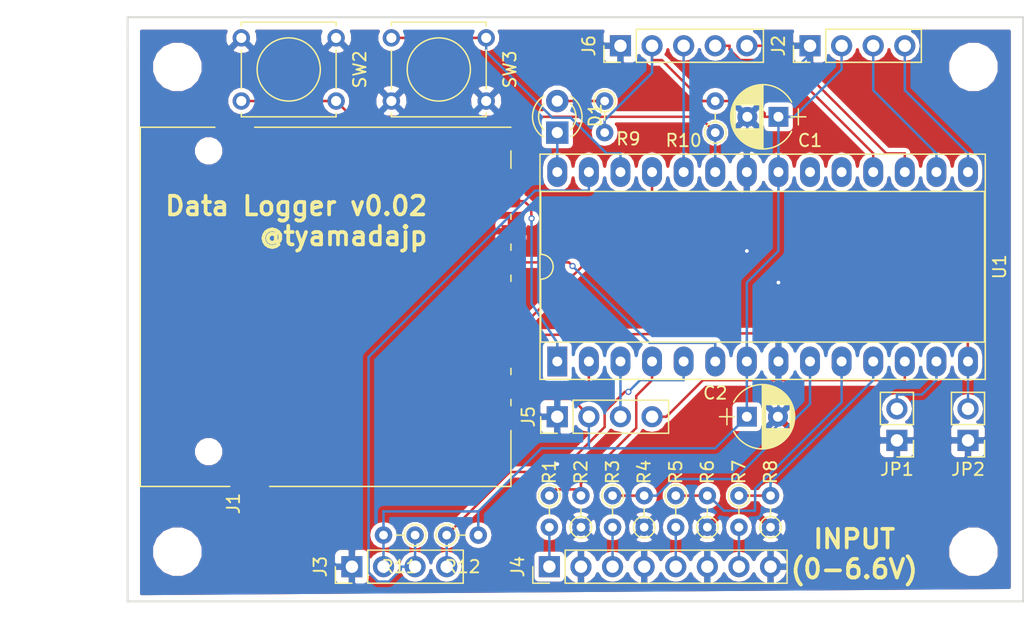
<source format=kicad_pcb>
(kicad_pcb (version 4) (host pcbnew 4.0.7)
  (layers (0 F.Cu signal) (31 B.Cu signal) (34 B.Paste user) (35 F.Paste user) (36 B.SilkS user) (37 F.SilkS user) (38 B.Mask user) (39 F.Mask user) (44 Edge.Cuts user))
  (net 0 "")
  (net 1 VCC)
  (net 2 GND)
  (net 3 "Net-(D1-Pad1)")
  (net 4 "Net-(D1-Pad2)")
  (net 5 "Net-(J1-Pad2)")
  (net 6 "Net-(J1-Pad5)")
  (net 7 "Net-(J1-Pad7)")
  (net 8 "Net-(J1-Pad10)")
  (net 9 "Net-(J2-Pad3)")
  (net 10 "Net-(J3-Pad3)")
  (net 11 "Net-(J4-Pad1)")
  (net 12 "Net-(J4-Pad3)")
  (net 13 "Net-(J4-Pad5)")
  (net 14 "Net-(J4-Pad7)")
  (net 15 "Net-(R1-Pad1)")
  (net 16 "Net-(R3-Pad1)")
  (net 17 "Net-(R10-Pad1)")
  (net 18 "Net-(SW3-Pad1)")
  (net 19 "Net-(J2-Pad4)")
  (net 20 "Net-(J3-Pad4)")
  (net 21 "Net-(J5-Pad3)")
  (net 22 "Net-(J5-Pad4)")
  (net 23 "Net-(J1-Pad1)")
  (net 24 "Net-(J6-Pad3)")
  (net 25 "Net-(J6-Pad4)")
  (net 26 "Net-(J6-Pad5)")
  (net 27 "Net-(JP1-Pad2)")
  (net 28 "Net-(R5-Pad1)")
  (net 29 "Net-(R7-Pad1)")
  (module Resistors_THT:R_Axial_DIN0204_L3.6mm_D1.6mm_P2.54mm_Vertical (layer F.Cu) (at 73.834 154.766)
    (fp_text reference R12 (at 1.27 2.54) (layer F.SilkS))
    (fp_text value 4.7K)
    (pad 1 thru_hole circle (at 0 0) (size 1.4 1.4) (drill 0.7) (layers *.Cu *.Mask) (net 20 "Net-(J3-Pad4)"))
    (pad 2 thru_hole oval (at 2.54 0) (size 1.4 1.4) (drill 0.7) (layers *.Cu *.Mask) (net 1 VCC))
  )
  (module Capacitors_THT:CP_Radial_D5.0mm_P2.50mm (layer F.Cu) (at 97.964 145.241)
    (fp_text reference C2 (at -2.54 -1.905) (layer F.SilkS))
    (fp_text value 10uF)
    (pad 1 thru_hole rect (at 0 0) (size 1.6 1.6) (drill 0.8) (layers *.Cu *.Mask) (net 1 VCC))
    (pad 2 thru_hole circle (at 2.5 0) (size 1.6 1.6) (drill 0.8) (layers *.Cu *.Mask) (net 2 GND))
  )
  (module Mounting_Holes:MountingHole_3.2mm_M3 (layer F.Cu) (at 52.18 117.1 180)
    (fp_text reference MH2 hide)
    (fp_text value MountingHole_3.2mm_M3 hide)
    (pad 1 np_thru_hole circle (at 0 0 180) (size 3.2 3.2) (drill 3.2) (layers *.Cu *.Mask))
  )
  (module Mounting_Holes:MountingHole_3.2mm_M3 (layer F.Cu) (at 52.18 156.1)
    (fp_text reference MH1 hide)
    (fp_text value MountingHole_3.2mm_M3 hide)
    (pad 1 np_thru_hole circle (at 0 0) (size 3.2 3.2) (drill 3.2) (layers *.Cu *.Mask))
  )
  (module Mounting_Holes:MountingHole_3.2mm_M3 (layer F.Cu) (at 116.18 156.1)
    (fp_text reference MH4 hide)
    (fp_text value MountingHole_3.2mm_M3 hide)
    (pad 1 np_thru_hole circle (at 0 0) (size 3.2 3.2) (drill 3.2) (layers *.Cu *.Mask))
  )
  (module Mounting_Holes:MountingHole_3.2mm_M3 (layer F.Cu) (at 116.18 117.1 180)
    (fp_text reference MH3 hide)
    (fp_text value MountingHole_3.2mm_M3 hide)
    (pad 1 np_thru_hole circle (at 0 0 180) (size 3.2 3.2) (drill 3.2) (layers *.Cu *.Mask))
  )
  (module Capacitors_THT:CP_Radial_D5.0mm_P2.50mm (layer F.Cu) (at 100.504 121.111 180)
    (fp_text reference C1 (at -2.54 -1.905 180) (layer F.SilkS))
    (fp_text value 10uF)
    (pad 1 thru_hole rect (at 0 0 180) (size 1.6 1.6) (drill 0.8) (layers *.Cu *.Mask) (net 1 VCC))
    (pad 2 thru_hole circle (at 2.5 0 180) (size 1.6 1.6) (drill 0.8) (layers *.Cu *.Mask) (net 2 GND))
  )
  (module LEDs:LED_D3.0mm (layer F.Cu) (at 82.724 122.381 90)
    (fp_text reference D1 (at 1.397 3.048 90) (layer F.SilkS))
    (fp_text value LED)
    (pad 1 thru_hole rect (at 0 0 90) (size 1.8 1.8) (drill 0.9) (layers *.Cu *.Mask) (net 3 "Net-(D1-Pad1)"))
    (pad 2 thru_hole circle (at 2.54 0 90) (size 1.8 1.8) (drill 0.9) (layers *.Cu *.Mask) (net 4 "Net-(D1-Pad2)"))
  )
  (module Connectors:SD_Card_Receptacle (layer F.Cu) (at 66.849 136.351 270)
    (fp_text reference J1 (at 15.875 10.16 270) (layer F.SilkS))
    (fp_text value SD_CARD)
    (pad 1 smd rect (at 6.47 -12.15 270) (size 1 1.5) (layers F.Cu F.Paste F.Mask) (net 23 "Net-(J1-Pad1)"))
    (pad 2 smd rect (at 3.97 -12.15 270) (size 1 1.5) (layers F.Cu F.Paste F.Mask) (net 5 "Net-(J1-Pad2)"))
    (pad 3 smd rect (at 0.67 -12.15 270) (size 1 1.5) (layers F.Cu F.Paste F.Mask) (net 2 GND))
    (pad 4 smd rect (at -1.03 -12.15 270) (size 1 1.5) (layers F.Cu F.Paste F.Mask) (net 1 VCC))
    (pad 5 smd rect (at -3.53 -12.15 270) (size 1 1.5) (layers F.Cu F.Paste F.Mask) (net 6 "Net-(J1-Pad5)"))
    (pad 6 smd rect (at -6.03 -12.15 270) (size 1 1.5) (layers F.Cu F.Paste F.Mask) (net 2 GND))
    (pad 7 smd rect (at -8.45 -12.15 270) (size 1 1.5) (layers F.Cu F.Paste F.Mask) (net 7 "Net-(J1-Pad7)"))
    (pad 8 smd rect (at -10.15 -12.15 270) (size 1 1.5) (layers F.Cu F.Paste F.Mask))
    (pad 9 smd rect (at 8.97 -12.15 270) (size 1 1.5) (layers F.Cu F.Paste F.Mask))
    (pad 10 smd rect (at 2.32 -12.15 270) (size 1 1.5) (layers F.Cu F.Paste F.Mask) (net 8 "Net-(J1-Pad10)"))
    (pad 11 smd rect (at -13.5 -12.15 270) (size 1 1.5) (layers F.Cu F.Paste F.Mask))
    (pad 12 smd rect (at 14 8.85 270) (size 1.2 2.2) (layers F.Cu F.Paste F.Mask))
    (pad 13 smd rect (at -14 10.05 270) (size 1.2 2.2) (layers F.Cu F.Paste F.Mask))
    (pad "" np_thru_hole circle (at 11.7 12.15 270) (size 1.5 1.5) (drill 1.5) (layers *.Cu *.Mask))
    (pad "" np_thru_hole circle (at -12.5 12.15 270) (size 1.5 1.5) (drill 1.5) (layers *.Cu *.Mask))
  )
  (module Pin_Headers:Pin_Header_Straight_1x04_Pitch2.54mm (layer F.Cu) (at 66.214 157.306 90)
    (fp_text reference J3 (at 0 -2.54 90) (layer F.SilkS))
    (fp_text value I2C)
    (pad 1 thru_hole rect (at 0 0 90) (size 1.7 1.7) (drill 1) (layers *.Cu *.Mask) (net 2 GND))
    (pad 2 thru_hole oval (at 0 2.54 90) (size 1.7 1.7) (drill 1) (layers *.Cu *.Mask) (net 1 VCC))
    (pad 3 thru_hole oval (at 0 5.08 90) (size 1.7 1.7) (drill 1) (layers *.Cu *.Mask) (net 10 "Net-(J3-Pad3)"))
    (pad 4 thru_hole oval (at 0 7.62 90) (size 1.7 1.7) (drill 1) (layers *.Cu *.Mask) (net 20 "Net-(J3-Pad4)"))
  )
  (module Pin_Headers:Pin_Header_Straight_1x08_Pitch2.54mm (layer F.Cu) (at 82.089 157.306 90)
    (fp_text reference J4 (at 0 -2.54 90) (layer F.SilkS))
    (fp_text value "ANALOG IN")
    (pad 1 thru_hole rect (at 0 0 90) (size 1.7 1.7) (drill 1) (layers *.Cu *.Mask) (net 11 "Net-(J4-Pad1)"))
    (pad 2 thru_hole oval (at 0 2.54 90) (size 1.7 1.7) (drill 1) (layers *.Cu *.Mask) (net 2 GND))
    (pad 3 thru_hole oval (at 0 5.08 90) (size 1.7 1.7) (drill 1) (layers *.Cu *.Mask) (net 12 "Net-(J4-Pad3)"))
    (pad 4 thru_hole oval (at 0 7.62 90) (size 1.7 1.7) (drill 1) (layers *.Cu *.Mask) (net 2 GND))
    (pad 5 thru_hole oval (at 0 10.16 90) (size 1.7 1.7) (drill 1) (layers *.Cu *.Mask) (net 13 "Net-(J4-Pad5)"))
    (pad 6 thru_hole oval (at 0 12.7 90) (size 1.7 1.7) (drill 1) (layers *.Cu *.Mask) (net 2 GND))
    (pad 7 thru_hole oval (at 0 15.24 90) (size 1.7 1.7) (drill 1) (layers *.Cu *.Mask) (net 14 "Net-(J4-Pad7)"))
    (pad 8 thru_hole oval (at 0 17.78 90) (size 1.7 1.7) (drill 1) (layers *.Cu *.Mask) (net 2 GND))
  )
  (module Resistors_THT:R_Axial_DIN0204_L3.6mm_D1.6mm_P2.54mm_Vertical (layer F.Cu) (at 82.089 151.591 270)
    (fp_text reference R1 (at -1.905 0 270) (layer F.SilkS))
    (fp_text value 4.7K)
    (pad 1 thru_hole circle (at 0 0 270) (size 1.4 1.4) (drill 0.7) (layers *.Cu *.Mask) (net 15 "Net-(R1-Pad1)"))
    (pad 2 thru_hole oval (at 2.54 0 270) (size 1.4 1.4) (drill 0.7) (layers *.Cu *.Mask) (net 11 "Net-(J4-Pad1)"))
  )
  (module Resistors_THT:R_Axial_DIN0204_L3.6mm_D1.6mm_P2.54mm_Vertical (layer F.Cu) (at 87.169 151.591 270)
    (fp_text reference R3 (at -1.905 0 270) (layer F.SilkS))
    (fp_text value 4.7K)
    (pad 1 thru_hole circle (at 0 0 270) (size 1.4 1.4) (drill 0.7) (layers *.Cu *.Mask) (net 16 "Net-(R3-Pad1)"))
    (pad 2 thru_hole oval (at 2.54 0 270) (size 1.4 1.4) (drill 0.7) (layers *.Cu *.Mask) (net 12 "Net-(J4-Pad3)"))
  )
  (module Resistors_THT:R_Axial_DIN0204_L3.6mm_D1.6mm_P2.54mm_Vertical (layer F.Cu) (at 92.249 151.591 270)
    (fp_text reference R5 (at -1.905 0 270) (layer F.SilkS))
    (fp_text value 4.7K)
    (pad 1 thru_hole circle (at 0 0 270) (size 1.4 1.4) (drill 0.7) (layers *.Cu *.Mask) (net 28 "Net-(R5-Pad1)"))
    (pad 2 thru_hole oval (at 2.54 0 270) (size 1.4 1.4) (drill 0.7) (layers *.Cu *.Mask) (net 13 "Net-(J4-Pad5)"))
  )
  (module Resistors_THT:R_Axial_DIN0204_L3.6mm_D1.6mm_P2.54mm_Vertical (layer F.Cu) (at 97.329 151.591 270)
    (fp_text reference R7 (at -1.905 0 270) (layer F.SilkS))
    (fp_text value 4.7K)
    (pad 1 thru_hole circle (at 0 0 270) (size 1.4 1.4) (drill 0.7) (layers *.Cu *.Mask) (net 29 "Net-(R7-Pad1)"))
    (pad 2 thru_hole oval (at 2.54 0 270) (size 1.4 1.4) (drill 0.7) (layers *.Cu *.Mask) (net 14 "Net-(J4-Pad7)"))
  )
  (module Resistors_THT:R_Axial_DIN0204_L3.6mm_D1.6mm_P2.54mm_Vertical (layer F.Cu) (at 84.629 154.131 90)
    (fp_text reference R2 (at 4.445 0 90) (layer F.SilkS))
    (fp_text value 4.7K)
    (pad 1 thru_hole circle (at 0 0 90) (size 1.4 1.4) (drill 0.7) (layers *.Cu *.Mask) (net 2 GND))
    (pad 2 thru_hole oval (at 2.54 0 90) (size 1.4 1.4) (drill 0.7) (layers *.Cu *.Mask) (net 15 "Net-(R1-Pad1)"))
  )
  (module Resistors_THT:R_Axial_DIN0204_L3.6mm_D1.6mm_P2.54mm_Vertical (layer F.Cu) (at 89.709 154.131 90)
    (fp_text reference R4 (at 4.445 0 90) (layer F.SilkS))
    (fp_text value 4.7K)
    (pad 1 thru_hole circle (at 0 0 90) (size 1.4 1.4) (drill 0.7) (layers *.Cu *.Mask) (net 2 GND))
    (pad 2 thru_hole oval (at 2.54 0 90) (size 1.4 1.4) (drill 0.7) (layers *.Cu *.Mask) (net 16 "Net-(R3-Pad1)"))
  )
  (module Resistors_THT:R_Axial_DIN0204_L3.6mm_D1.6mm_P2.54mm_Vertical (layer F.Cu) (at 94.789 154.131 90)
    (fp_text reference R6 (at 4.445 0 90) (layer F.SilkS))
    (fp_text value 4.7K)
    (pad 1 thru_hole circle (at 0 0 90) (size 1.4 1.4) (drill 0.7) (layers *.Cu *.Mask) (net 2 GND))
    (pad 2 thru_hole oval (at 2.54 0 90) (size 1.4 1.4) (drill 0.7) (layers *.Cu *.Mask) (net 28 "Net-(R5-Pad1)"))
  )
  (module Resistors_THT:R_Axial_DIN0204_L3.6mm_D1.6mm_P2.54mm_Vertical (layer F.Cu) (at 99.869 154.131 90)
    (fp_text reference R8 (at 4.445 0 90) (layer F.SilkS))
    (fp_text value 4.7K)
    (pad 1 thru_hole circle (at 0 0 90) (size 1.4 1.4) (drill 0.7) (layers *.Cu *.Mask) (net 2 GND))
    (pad 2 thru_hole oval (at 2.54 0 90) (size 1.4 1.4) (drill 0.7) (layers *.Cu *.Mask) (net 29 "Net-(R7-Pad1)"))
  )
  (module Resistors_THT:R_Axial_DIN0204_L3.6mm_D1.6mm_P2.54mm_Vertical (layer F.Cu) (at 86.534 119.841 270)
    (fp_text reference R9 (at 3.048 -1.905 360) (layer F.SilkS))
    (fp_text value 330)
    (pad 1 thru_hole circle (at 0 0 270) (size 1.4 1.4) (drill 0.7) (layers *.Cu *.Mask) (net 4 "Net-(D1-Pad2)"))
    (pad 2 thru_hole oval (at 2.54 0 270) (size 1.4 1.4) (drill 0.7) (layers *.Cu *.Mask) (net 1 VCC))
  )
  (module Resistors_THT:R_Axial_DIN0204_L3.6mm_D1.6mm_P2.54mm_Vertical (layer F.Cu) (at 95.424 122.381 90)
    (fp_text reference R10 (at -0.635 -2.54 180) (layer F.SilkS))
    (fp_text value 10K)
    (pad 1 thru_hole circle (at 0 0 90) (size 1.4 1.4) (drill 0.7) (layers *.Cu *.Mask) (net 17 "Net-(R10-Pad1)"))
    (pad 2 thru_hole oval (at 2.54 0 90) (size 1.4 1.4) (drill 0.7) (layers *.Cu *.Mask) (net 1 VCC))
  )
  (module Buttons_Switches_THT:SW_Tactile_Straight_KSA0Axx1LFTR (layer F.Cu) (at 64.944 119.841 180)
    (fp_text reference SW2 (at -1.905 2.54 270) (layer F.SilkS))
    (fp_text value RESET)
    (pad 1 thru_hole circle (at 7.62 0 180) (size 1.397 1.397) (drill 0.8128) (layers *.Cu *.Mask) (net 17 "Net-(R10-Pad1)"))
    (pad 2 thru_hole circle (at 7.62 5.08 180) (size 1.397 1.397) (drill 0.8128) (layers *.Cu *.Mask) (net 2 GND))
    (pad 1 thru_hole circle (at 0 0 180) (size 1.397 1.397) (drill 0.8128) (layers *.Cu *.Mask) (net 17 "Net-(R10-Pad1)"))
    (pad 2 thru_hole circle (at 0 5.08 180) (size 1.397 1.397) (drill 0.8128) (layers *.Cu *.Mask) (net 2 GND))
  )
  (module Buttons_Switches_THT:SW_Tactile_Straight_KSA0Axx1LFTR (layer F.Cu) (at 69.389 114.761)
    (fp_text reference SW3 (at 9.525 2.54 90) (layer F.SilkS))
    (fp_text value FLUSH)
    (pad 1 thru_hole circle (at 7.62 0) (size 1.397 1.397) (drill 0.8128) (layers *.Cu *.Mask) (net 18 "Net-(SW3-Pad1)"))
    (pad 2 thru_hole circle (at 7.62 5.08) (size 1.397 1.397) (drill 0.8128) (layers *.Cu *.Mask) (net 2 GND))
    (pad 1 thru_hole circle (at 0 0) (size 1.397 1.397) (drill 0.8128) (layers *.Cu *.Mask) (net 18 "Net-(SW3-Pad1)"))
    (pad 2 thru_hole circle (at 0 5.08) (size 1.397 1.397) (drill 0.8128) (layers *.Cu *.Mask) (net 2 GND))
  )
  (module Housings_DIP:DIP-28_W15.24mm_Socket_LongPads (layer F.Cu) (at 82.724 140.796 90)
    (fp_text reference U1 (at 7.62 35.56 90) (layer F.SilkS))
    (fp_text value LPC1114FN28)
    (pad 1 thru_hole rect (at 0 0 90) (size 2.4 1.6) (drill 0.8) (layers *.Cu *.Mask) (net 7 "Net-(J1-Pad7)"))
    (pad 15 thru_hole oval (at 15.24 33.02 90) (size 2.4 1.6) (drill 0.8) (layers *.Cu *.Mask) (net 19 "Net-(J2-Pad4)"))
    (pad 2 thru_hole oval (at 0 2.54 90) (size 2.4 1.6) (drill 0.8) (layers *.Cu *.Mask) (net 5 "Net-(J1-Pad2)"))
    (pad 16 thru_hole oval (at 15.24 30.48 90) (size 2.4 1.6) (drill 0.8) (layers *.Cu *.Mask) (net 9 "Net-(J2-Pad3)"))
    (pad 3 thru_hole oval (at 0 5.08 90) (size 2.4 1.6) (drill 0.8) (layers *.Cu *.Mask) (net 21 "Net-(J5-Pad3)"))
    (pad 17 thru_hole oval (at 15.24 27.94 90) (size 2.4 1.6) (drill 0.8) (layers *.Cu *.Mask) (net 26 "Net-(J6-Pad5)"))
    (pad 4 thru_hole oval (at 0 7.62 90) (size 2.4 1.6) (drill 0.8) (layers *.Cu *.Mask) (net 15 "Net-(R1-Pad1)"))
    (pad 18 thru_hole oval (at 15.24 25.4 90) (size 2.4 1.6) (drill 0.8) (layers *.Cu *.Mask) (net 25 "Net-(J6-Pad4)"))
    (pad 5 thru_hole oval (at 0 10.16 90) (size 2.4 1.6) (drill 0.8) (layers *.Cu *.Mask) (net 20 "Net-(J3-Pad4)"))
    (pad 19 thru_hole oval (at 15.24 22.86 90) (size 2.4 1.6) (drill 0.8) (layers *.Cu *.Mask))
    (pad 6 thru_hole oval (at 0 12.7 90) (size 2.4 1.6) (drill 0.8) (layers *.Cu *.Mask) (net 6 "Net-(J1-Pad5)"))
    (pad 20 thru_hole oval (at 15.24 20.32 90) (size 2.4 1.6) (drill 0.8) (layers *.Cu *.Mask))
    (pad 7 thru_hole oval (at 0 15.24 90) (size 2.4 1.6) (drill 0.8) (layers *.Cu *.Mask) (net 1 VCC))
    (pad 21 thru_hole oval (at 15.24 17.78 90) (size 2.4 1.6) (drill 0.8) (layers *.Cu *.Mask) (net 1 VCC))
    (pad 8 thru_hole oval (at 0 17.78 90) (size 2.4 1.6) (drill 0.8) (layers *.Cu *.Mask) (net 2 GND))
    (pad 22 thru_hole oval (at 15.24 15.24 90) (size 2.4 1.6) (drill 0.8) (layers *.Cu *.Mask) (net 2 GND))
    (pad 9 thru_hole oval (at 0 20.32 90) (size 2.4 1.6) (drill 0.8) (layers *.Cu *.Mask) (net 16 "Net-(R3-Pad1)"))
    (pad 23 thru_hole oval (at 15.24 12.7 90) (size 2.4 1.6) (drill 0.8) (layers *.Cu *.Mask) (net 17 "Net-(R10-Pad1)"))
    (pad 10 thru_hole oval (at 0 22.86 90) (size 2.4 1.6) (drill 0.8) (layers *.Cu *.Mask) (net 28 "Net-(R5-Pad1)"))
    (pad 24 thru_hole oval (at 15.24 10.16 90) (size 2.4 1.6) (drill 0.8) (layers *.Cu *.Mask) (net 24 "Net-(J6-Pad3)"))
    (pad 11 thru_hole oval (at 0 25.4 90) (size 2.4 1.6) (drill 0.8) (layers *.Cu *.Mask) (net 29 "Net-(R7-Pad1)"))
    (pad 25 thru_hole oval (at 15.24 7.62 90) (size 2.4 1.6) (drill 0.8) (layers *.Cu *.Mask) (net 23 "Net-(J1-Pad1)"))
    (pad 12 thru_hole oval (at 0 27.94 90) (size 2.4 1.6) (drill 0.8) (layers *.Cu *.Mask) (net 22 "Net-(J5-Pad4)"))
    (pad 26 thru_hole oval (at 15.24 5.08 90) (size 2.4 1.6) (drill 0.8) (layers *.Cu *.Mask) (net 18 "Net-(SW3-Pad1)"))
    (pad 13 thru_hole oval (at 0 30.48 90) (size 2.4 1.6) (drill 0.8) (layers *.Cu *.Mask) (net 27 "Net-(JP1-Pad2)"))
    (pad 27 thru_hole oval (at 15.24 2.54 90) (size 2.4 1.6) (drill 0.8) (layers *.Cu *.Mask) (net 10 "Net-(J3-Pad3)"))
    (pad 14 thru_hole oval (at 0 33.02 90) (size 2.4 1.6) (drill 0.8) (layers *.Cu *.Mask) (net 8 "Net-(J1-Pad10)"))
    (pad 28 thru_hole oval (at 15.24 0 90) (size 2.4 1.6) (drill 0.8) (layers *.Cu *.Mask) (net 3 "Net-(D1-Pad1)"))
  )
  (module Pin_Headers:Pin_Header_Straight_1x04_Pitch2.54mm (layer F.Cu) (at 103.044 115.396 90)
    (fp_text reference J2 (at 0 -2.54 90) (layer F.SilkS))
    (fp_text value UART)
    (pad 1 thru_hole rect (at 0 0 90) (size 1.7 1.7) (drill 1) (layers *.Cu *.Mask) (net 2 GND))
    (pad 2 thru_hole oval (at 0 2.54 90) (size 1.7 1.7) (drill 1) (layers *.Cu *.Mask) (net 1 VCC))
    (pad 3 thru_hole oval (at 0 5.08 90) (size 1.7 1.7) (drill 1) (layers *.Cu *.Mask) (net 9 "Net-(J2-Pad3)"))
    (pad 4 thru_hole oval (at 0 7.62 90) (size 1.7 1.7) (drill 1) (layers *.Cu *.Mask) (net 19 "Net-(J2-Pad4)"))
  )
  (module Pin_Headers:Pin_Header_Straight_1x04_Pitch2.54mm (layer F.Cu) (at 82.724 145.241 90)
    (fp_text reference J5 (at 0 -2.33 90) (layer F.SilkS))
    (fp_text value SWD)
    (pad 1 thru_hole rect (at 0 0 90) (size 1.7 1.7) (drill 1) (layers *.Cu *.Mask) (net 2 GND))
    (pad 2 thru_hole oval (at 0 2.54 90) (size 1.7 1.7) (drill 1) (layers *.Cu *.Mask) (net 1 VCC))
    (pad 3 thru_hole oval (at 0 5.08 90) (size 1.7 1.7) (drill 1) (layers *.Cu *.Mask) (net 21 "Net-(J5-Pad3)"))
    (pad 4 thru_hole oval (at 0 7.62 90) (size 1.7 1.7) (drill 1) (layers *.Cu *.Mask) (net 22 "Net-(J5-Pad4)"))
  )
  (module Resistors_THT:R_Axial_DIN0204_L3.6mm_D1.6mm_P2.54mm_Vertical (layer F.Cu) (at 71.294 154.766 180)
    (fp_text reference R11 (at 1.27 -2.54 180) (layer F.SilkS))
    (fp_text value 4.7K)
    (pad 1 thru_hole circle (at 0 0 180) (size 1.4 1.4) (drill 0.7) (layers *.Cu *.Mask) (net 10 "Net-(J3-Pad3)"))
    (pad 2 thru_hole oval (at 2.54 0 180) (size 1.4 1.4) (drill 0.7) (layers *.Cu *.Mask) (net 1 VCC))
  )
  (module Pin_Headers:Pin_Header_Straight_1x02_Pitch2.54mm (layer F.Cu) (at 115.744 147.146 180)
    (fp_text reference JP2 (at 0 -2.33 180) (layer F.SilkS))
    (fp_text value SD)
    (pad 1 thru_hole rect (at 0 0 180) (size 1.7 1.7) (drill 1) (layers *.Cu *.Mask) (net 2 GND))
    (pad 2 thru_hole oval (at 0 2.54 180) (size 1.7 1.7) (drill 1) (layers *.Cu *.Mask) (net 8 "Net-(J1-Pad10)"))
  )
  (module Pin_Headers:Pin_Header_Straight_1x02_Pitch2.54mm (layer F.Cu) (at 110.029 147.146 180)
    (fp_text reference JP1 (at 0 -2.33 180) (layer F.SilkS))
    (fp_text value RATE)
    (pad 1 thru_hole rect (at 0 0 180) (size 1.7 1.7) (drill 1) (layers *.Cu *.Mask) (net 2 GND))
    (pad 2 thru_hole oval (at 0 2.54 180) (size 1.7 1.7) (drill 1) (layers *.Cu *.Mask) (net 27 "Net-(JP1-Pad2)"))
  )
  (module Pin_Headers:Pin_Header_Straight_1x05_Pitch2.54mm (layer F.Cu) (at 87.804 115.396 90)
    (fp_text reference J6 (at 0 -2.54 90) (layer F.SilkS))
    (fp_text value GPIO)
    (pad 1 thru_hole rect (at 0 0 90) (size 1.7 1.7) (drill 1) (layers *.Cu *.Mask) (net 2 GND))
    (pad 2 thru_hole oval (at 0 2.54 90) (size 1.7 1.7) (drill 1) (layers *.Cu *.Mask) (net 1 VCC))
    (pad 3 thru_hole oval (at 0 5.08 90) (size 1.7 1.7) (drill 1) (layers *.Cu *.Mask) (net 24 "Net-(J6-Pad3)"))
    (pad 4 thru_hole oval (at 0 7.62 90) (size 1.7 1.7) (drill 1) (layers *.Cu *.Mask) (net 25 "Net-(J6-Pad4)"))
    (pad 5 thru_hole oval (at 0 10.16 90) (size 1.7 1.7) (drill 1) (layers *.Cu *.Mask) (net 26 "Net-(J6-Pad5)"))
  )
  (gr_text "Data Logger v0.02\n@tyamadajp" (at 72.437 129.493) (layer F.SilkS) (effects (font (size 1.5 1.5) (thickness 0.3)) (justify right)))
  (gr_text "INPUT\n(0-6.6V)" (at 106.6 156.29) (layer F.SilkS) (effects (font (size 1.5 1.5) (thickness 0.3))))
  (gr_line (start 48.185 160.1) (end 120.185 160.1) (angle 90) (layer Edge.Cuts) (width 0.15))
  (gr_line (start 120.18 113.1) (end 48.18 113.1) (angle 90) (layer Edge.Cuts) (width 0.15))
  (gr_line (start 48.18 115.1) (end 48.18 113.1) (angle 90) (layer Edge.Cuts) (width 0.15))
  (gr_line (start 120.18 115.1) (end 120.18 113.1) (angle 90) (layer Edge.Cuts) (width 0.15))
  (gr_line (start 48.18 115.1) (end 48.18 160.1) (angle 90) (layer Edge.Cuts) (width 0.15))
  (gr_line (start 120.18 160.1) (end 120.18 115.1) (angle 90) (layer Edge.Cuts) (width 0.15))
  (segment (start 84.007117 143.812054) (end 84.007117 143.812243) (width 0.2) (layer F.Cu) (net 1))
  (segment (start 84.007117 143.812243) (end 85.264 145.241) (width 0.2) (layer F.Cu) (net 1))
  (segment (start 76.374 152.861) (end 76.374 154.766) (width 0.2) (layer B.Cu) (net 1))
  (segment (start 95.424 147.781) (end 97.964 145.241) (width 0.2) (layer B.Cu) (net 1))
  (segment (start 85.264 147.781) (end 95.424 147.781) (width 0.2) (layer B.Cu) (net 1))
  (segment (start 85.264 145.241) (end 85.264 144.606) (width 0.2) (layer B.Cu) (net 1))
  (segment (start 97.964 140.796) (end 97.964 145.241) (width 0.2) (layer B.Cu) (net 1))
  (segment (start 100.504 121.111) (end 100.504 125.556) (width 0.2) (layer B.Cu) (net 1))
  (segment (start 101.774 121.111) (end 100.504 121.111) (width 0.2) (layer B.Cu) (net 1))
  (segment (start 105.584 117.301) (end 101.774 121.111) (width 0.2) (layer B.Cu) (net 1))
  (segment (start 105.584 115.396) (end 105.584 117.301) (width 0.2) (layer B.Cu) (net 1))
  (segment (start 97.964 134.446) (end 97.964 140.796) (width 0.2) (layer B.Cu) (net 1))
  (segment (start 100.504 131.906) (end 97.964 134.446) (width 0.2) (layer B.Cu) (net 1))
  (segment (start 100.504 125.556) (end 100.504 131.906) (width 0.2) (layer B.Cu) (net 1))
  (segment (start 68.754 152.861) (end 68.754 154.766) (width 0.2) (layer B.Cu) (net 1))
  (segment (start 76.374 152.861) (end 68.754 152.861) (width 0.2) (layer B.Cu) (net 1))
  (segment (start 68.754 154.766) (end 68.754 157.306) (width 0.2) (layer B.Cu) (net 1))
  (segment (start 85.264 145.876) (end 85.264 147.781) (width 0.2) (layer B.Cu) (net 1))
  (segment (start 85.264 145.876) (end 85.264 145.241) (width 0.2) (layer B.Cu) (net 1))
  (segment (start 100.504 121.111) (end 99.4037 121.111) (width 0.2) (layer F.Cu) (net 1))
  (segment (start 90.344 117.5707) (end 86.534 121.3807) (width 0.2) (layer B.Cu) (net 1))
  (segment (start 90.344 115.396) (end 90.344 117.5707) (width 0.2) (layer B.Cu) (net 1))
  (segment (start 86.534 122.381) (end 86.534 121.3807) (width 0.2) (layer B.Cu) (net 1))
  (segment (start 98.4088 119.841) (end 95.424 119.841) (width 0.2) (layer F.Cu) (net 1))
  (segment (start 99.4037 120.8359) (end 98.4088 119.841) (width 0.2) (layer F.Cu) (net 1))
  (segment (start 99.4037 121.111) (end 99.4037 120.8359) (width 0.2) (layer F.Cu) (net 1))
  (segment (start 91.129 116.5463) (end 90.344 116.5463) (width 0.2) (layer F.Cu) (net 1))
  (segment (start 94.4237 119.841) (end 91.129 116.5463) (width 0.2) (layer F.Cu) (net 1))
  (segment (start 95.424 119.841) (end 94.4237 119.841) (width 0.2) (layer F.Cu) (net 1))
  (segment (start 90.344 115.396) (end 90.344 116.5463) (width 0.2) (layer F.Cu) (net 1))
  (segment (start 81.454 147.781) (end 76.374 152.861) (width 0.2) (layer B.Cu) (net 1))
  (segment (start 85.264 147.781) (end 81.454 147.781) (width 0.2) (layer B.Cu) (net 1))
  (segment (start 76.314 136.706) (end 77.9487 135.321) (width 0.2) (layer F.Cu) (net 1))
  (segment (start 76.2347 143.0307) (end 76.314 136.706) (width 0.2) (layer F.Cu) (net 1))
  (segment (start 76.214 143.806) (end 76.2347 143.0307) (width 0.2) (layer F.Cu) (net 1))
  (segment (start 84.047447 143.811973) (end 84.007117 143.812054) (width 0.2) (layer F.Cu) (net 1))
  (segment (start 84.007117 143.812054) (end 76.214 143.806) (width 0.2) (layer F.Cu) (net 1))
  (segment (start 78.999 135.321) (end 77.9487 135.321) (width 0.2) (layer F.Cu) (net 1))
  (via (at 66.214 157.306) (size 0.5) (layers F.Cu B.Cu) (net 2))
  (via (at 82.724 149.051) (size 0.5) (layers F.Cu B.Cu) (net 2))
  (via (at 82.724 145.241) (size 0.5) (layers F.Cu B.Cu) (net 2))
  (via (at 100.504 134.446) (size 0.5) (layers F.Cu B.Cu) (net 2))
  (via (at 97.964 131.906) (size 0.5) (layers F.Cu B.Cu) (net 2))
  (segment (start 66.214 153.496) (end 66.214 157.306) (width 0.2) (layer F.Cu) (net 2))
  (segment (start 70.659 149.051) (end 66.214 153.496) (width 0.2) (layer F.Cu) (net 2))
  (segment (start 82.724 149.051) (end 70.659 149.051) (width 0.2) (layer F.Cu) (net 2))
  (segment (start 82.724 149.051) (end 82.724 145.241) (width 0.2) (layer F.Cu) (net 2))
  (segment (start 97.329 149.051) (end 82.724 149.051) (width 0.2) (layer B.Cu) (net 2))
  (segment (start 100.464 145.916) (end 97.329 149.051) (width 0.2) (layer B.Cu) (net 2))
  (segment (start 100.464 145.241) (end 100.464 145.916) (width 0.2) (layer B.Cu) (net 2))
  (segment (start 100.504 145.201) (end 100.464 145.241) (width 0.2) (layer B.Cu) (net 2))
  (segment (start 100.504 140.796) (end 100.504 145.201) (width 0.2) (layer B.Cu) (net 2))
  (segment (start 103.044 116.071) (end 98.004 121.111) (width 0.2) (layer B.Cu) (net 2))
  (segment (start 103.044 115.396) (end 103.044 116.071) (width 0.2) (layer B.Cu) (net 2))
  (segment (start 97.964 125.556) (end 97.964 131.906) (width 0.2) (layer B.Cu) (net 2))
  (segment (start 100.504 134.446) (end 100.504 140.796) (width 0.2) (layer B.Cu) (net 2))
  (segment (start 97.964 131.906) (end 100.504 134.446) (width 0.2) (layer F.Cu) (net 2))
  (segment (start 98.004 125.516) (end 97.964 125.556) (width 0.2) (layer B.Cu) (net 2))
  (segment (start 98.004 121.111) (end 98.004 125.516) (width 0.2) (layer B.Cu) (net 2))
  (segment (start 98.004 125.516) (end 97.964 125.556) (width 0.2) (layer B.Cu) (net 2))
  (segment (start 82.724 125.556) (end 82.724 122.381) (width 0.2) (layer B.Cu) (net 3))
  (segment (start 82.724 119.841) (end 86.534 119.841) (width 0.2) (layer F.Cu) (net 4))
  (segment (start 85.264 142.6963) (end 81.014 142.706) (width 0.2) (layer F.Cu) (net 5))
  (segment (start 85.264 140.796) (end 85.264 142.6963) (width 0.2) (layer F.Cu) (net 5))
  (segment (start 78.999 140.321) (end 81.014 142.706) (width 0.2) (layer F.Cu) (net 5))
  (via (at 83.9515 133.116) (size 0.5) (layers F.Cu B.Cu) (net 6))
  (segment (start 90.1312 139.2957) (end 83.9515 133.116) (width 0.2) (layer B.Cu) (net 6))
  (segment (start 95.424 139.2957) (end 90.1312 139.2957) (width 0.2) (layer B.Cu) (net 6))
  (segment (start 83.6565 132.821) (end 80.0493 132.821) (width 0.2) (layer F.Cu) (net 6))
  (segment (start 83.9515 133.116) (end 83.6565 132.821) (width 0.2) (layer F.Cu) (net 6))
  (segment (start 95.424 140.796) (end 95.424 139.2957) (width 0.2) (layer B.Cu) (net 6))
  (segment (start 78.999 132.821) (end 80.0493 132.821) (width 0.2) (layer F.Cu) (net 6))
  (via (at 80.6574 129.2885) (size 0.5) (layers F.Cu B.Cu) (net 7))
  (segment (start 80.6574 136.1291) (end 80.6574 129.2885) (width 0.2) (layer B.Cu) (net 7))
  (segment (start 82.724 139.2957) (end 80.6574 136.1291) (width 0.2) (layer B.Cu) (net 7))
  (segment (start 80.614 128.406) (end 80.0493 127.901) (width 0.2) (layer F.Cu) (net 7))
  (segment (start 80.6574 129.2885) (end 80.614 128.406) (width 0.2) (layer F.Cu) (net 7))
  (segment (start 78.999 127.901) (end 80.0493 127.901) (width 0.2) (layer F.Cu) (net 7))
  (segment (start 82.724 140.796) (end 82.724 139.2957) (width 0.2) (layer B.Cu) (net 7))
  (segment (start 115.744 144.606) (end 115.744 140.796) (width 0.2) (layer B.Cu) (net 8))
  (segment (start 115.744 140.796) (end 115.714 138.406) (width 0.2) (layer F.Cu) (net 8))
  (segment (start 78.999 138.671) (end 115.714 138.406) (width 0.2) (layer F.Cu) (net 8))
  (segment (start 108.124 118.9757) (end 108.124 115.396) (width 0.2) (layer B.Cu) (net 9))
  (segment (start 113.204 124.0557) (end 108.124 118.9757) (width 0.2) (layer B.Cu) (net 9))
  (segment (start 113.204 125.556) (end 113.204 124.0557) (width 0.2) (layer B.Cu) (net 9))
  (segment (start 71.294 157.306) (end 71.294 154.766) (width 0.2) (layer B.Cu) (net 10))
  (segment (start 70.1437 157.5443) (end 70.1437 157.306) (width 0.2) (layer B.Cu) (net 10))
  (segment (start 69.181 158.507) (end 70.1437 157.5443) (width 0.2) (layer B.Cu) (net 10))
  (segment (start 68.2945 158.507) (end 69.181 158.507) (width 0.2) (layer B.Cu) (net 10))
  (segment (start 67.5516 157.7641) (end 68.2945 158.507) (width 0.2) (layer B.Cu) (net 10))
  (segment (start 67.5516 140.4416) (end 67.5516 157.7641) (width 0.2) (layer B.Cu) (net 10))
  (segment (start 80.9369 127.0563) (end 67.5516 140.4416) (width 0.2) (layer B.Cu) (net 10))
  (segment (start 85.264 127.0563) (end 80.9369 127.0563) (width 0.2) (layer B.Cu) (net 10))
  (segment (start 85.264 125.556) (end 85.264 127.0563) (width 0.2) (layer B.Cu) (net 10))
  (segment (start 71.294 157.306) (end 70.1437 157.306) (width 0.2) (layer B.Cu) (net 10))
  (segment (start 82.089 157.306) (end 82.089 154.131) (width 0.2) (layer B.Cu) (net 11))
  (segment (start 87.169 157.306) (end 87.169 154.131) (width 0.2) (layer B.Cu) (net 12))
  (segment (start 92.249 157.306) (end 92.249 154.131) (width 0.2) (layer B.Cu) (net 13))
  (segment (start 97.329 157.306) (end 97.329 154.131) (width 0.2) (layer B.Cu) (net 14))
  (segment (start 89.074 146.1457) (end 84.629 150.5907) (width 0.2) (layer F.Cu) (net 15))
  (segment (start 89.074 143.5663) (end 89.074 146.1457) (width 0.2) (layer F.Cu) (net 15))
  (segment (start 90.344 142.2963) (end 89.074 143.5663) (width 0.2) (layer F.Cu) (net 15))
  (segment (start 90.344 140.796) (end 90.344 142.2963) (width 0.2) (layer F.Cu) (net 15))
  (segment (start 84.629 151.591) (end 84.629 151.0908) (width 0.2) (layer F.Cu) (net 15))
  (segment (start 84.629 151.0908) (end 84.629 150.5907) (width 0.2) (layer F.Cu) (net 15))
  (segment (start 82.5892 151.0908) (end 82.089 151.591) (width 0.2) (layer F.Cu) (net 15))
  (segment (start 84.629 151.0908) (end 82.5892 151.0908) (width 0.2) (layer F.Cu) (net 15))
  (segment (start 89.709 151.591) (end 87.169 151.591) (width 0.2) (layer F.Cu) (net 16))
  (segment (start 92.045 150.2553) (end 90.7093 151.591) (width 0.2) (layer B.Cu) (net 16))
  (segment (start 97.0067 150.2553) (end 92.045 150.2553) (width 0.2) (layer B.Cu) (net 16))
  (segment (start 103.044 144.218) (end 97.0067 150.2553) (width 0.2) (layer B.Cu) (net 16))
  (segment (start 103.044 140.796) (end 103.044 144.218) (width 0.2) (layer B.Cu) (net 16))
  (segment (start 89.709 151.591) (end 90.7093 151.591) (width 0.2) (layer B.Cu) (net 16))
  (segment (start 95.424 125.556) (end 95.424 122.381) (width 0.2) (layer B.Cu) (net 17))
  (segment (start 66.2139 121.1109) (end 64.944 119.841) (width 0.2) (layer F.Cu) (net 17))
  (segment (start 94.1539 121.1109) (end 66.2139 121.1109) (width 0.2) (layer F.Cu) (net 17))
  (segment (start 95.424 122.381) (end 94.1539 121.1109) (width 0.2) (layer F.Cu) (net 17))
  (segment (start 64.944 119.841) (end 57.324 119.841) (width 0.2) (layer F.Cu) (net 17))
  (segment (start 77.009 115.866) (end 77.009 114.761) (width 0.2) (layer B.Cu) (net 18))
  (segment (start 82.3236 121.1806) (end 77.009 115.866) (width 0.2) (layer B.Cu) (net 18))
  (segment (start 83.8094 121.1806) (end 82.3236 121.1806) (width 0.2) (layer B.Cu) (net 18))
  (segment (start 86.6845 124.0557) (end 83.8094 121.1806) (width 0.2) (layer B.Cu) (net 18))
  (segment (start 87.804 124.0557) (end 86.6845 124.0557) (width 0.2) (layer B.Cu) (net 18))
  (segment (start 87.804 125.556) (end 87.804 124.0557) (width 0.2) (layer B.Cu) (net 18))
  (segment (start 69.389 114.761) (end 77.009 114.761) (width 0.2) (layer F.Cu) (net 18))
  (segment (start 110.664 118.9757) (end 110.664 115.396) (width 0.2) (layer B.Cu) (net 19))
  (segment (start 115.744 124.0557) (end 110.664 118.9757) (width 0.2) (layer B.Cu) (net 19))
  (segment (start 115.744 125.556) (end 115.744 124.0557) (width 0.2) (layer B.Cu) (net 19))
  (via (at 88.4446 143.2381) (size 0.5) (layers F.Cu B.Cu) (net 20))
  (segment (start 73.834 157.306) (end 73.834 154.766) (width 0.2) (layer B.Cu) (net 20))
  (segment (start 89.3864 142.2963) (end 88.4446 143.2381) (width 0.2) (layer B.Cu) (net 20))
  (segment (start 92.884 142.2963) (end 89.3864 142.2963) (width 0.2) (layer B.Cu) (net 20))
  (segment (start 78.9147 149.6853) (end 73.834 154.766) (width 0.2) (layer F.Cu) (net 20))
  (segment (start 82.9153 149.6853) (end 78.9147 149.6853) (width 0.2) (layer F.Cu) (net 20))
  (segment (start 86.534 146.0666) (end 82.9153 149.6853) (width 0.2) (layer F.Cu) (net 20))
  (segment (start 86.534 144.864) (end 86.534 146.0666) (width 0.2) (layer F.Cu) (net 20))
  (segment (start 88.1599 143.2381) (end 86.534 144.864) (width 0.2) (layer F.Cu) (net 20))
  (segment (start 88.4446 143.2381) (end 88.1599 143.2381) (width 0.2) (layer F.Cu) (net 20))
  (segment (start 92.884 140.796) (end 92.884 142.2963) (width 0.2) (layer B.Cu) (net 20))
  (segment (start 87.804 140.796) (end 87.804 145.241) (width 0.2) (layer B.Cu) (net 21))
  (segment (start 94.439 142.2963) (end 91.4943 145.241) (width 0.2) (layer F.Cu) (net 22))
  (segment (start 110.664 142.2963) (end 94.439 142.2963) (width 0.2) (layer F.Cu) (net 22))
  (segment (start 110.664 140.796) (end 110.664 142.2963) (width 0.2) (layer F.Cu) (net 22))
  (segment (start 90.344 145.241) (end 91.4943 145.241) (width 0.2) (layer F.Cu) (net 22))
  (segment (start 77.314 137.806) (end 77.3487 142.821) (width 0.2) (layer F.Cu) (net 23))
  (segment (start 78.0798 137.8214) (end 77.314 137.806) (width 0.2) (layer F.Cu) (net 23))
  (segment (start 80.0472 137.8214) (end 78.0798 137.8214) (width 0.2) (layer F.Cu) (net 23))
  (segment (start 90.344 127.5246) (end 80.0472 137.8214) (width 0.2) (layer F.Cu) (net 23))
  (segment (start 90.344 125.556) (end 90.344 127.5246) (width 0.2) (layer F.Cu) (net 23))
  (segment (start 78.999 142.821) (end 77.3487 142.821) (width 0.2) (layer F.Cu) (net 23))
  (segment (start 92.884 115.396) (end 92.884 125.556) (width 0.2) (layer B.Cu) (net 24))
  (segment (start 100.6146 116.5463) (end 108.124 124.0557) (width 0.2) (layer F.Cu) (net 25))
  (segment (start 97.4369 116.5463) (end 100.6146 116.5463) (width 0.2) (layer F.Cu) (net 25))
  (segment (start 96.5743 115.6837) (end 97.4369 116.5463) (width 0.2) (layer F.Cu) (net 25))
  (segment (start 96.5743 115.396) (end 96.5743 115.6837) (width 0.2) (layer F.Cu) (net 25))
  (segment (start 95.424 115.396) (end 96.5743 115.396) (width 0.2) (layer F.Cu) (net 25))
  (segment (start 108.124 125.556) (end 108.124 124.0557) (width 0.2) (layer F.Cu) (net 25))
  (segment (start 109.1637 124.0557) (end 110.664 124.0557) (width 0.2) (layer F.Cu) (net 26))
  (segment (start 100.504 115.396) (end 109.1637 124.0557) (width 0.2) (layer F.Cu) (net 26))
  (segment (start 97.964 115.396) (end 100.504 115.396) (width 0.2) (layer F.Cu) (net 26))
  (segment (start 110.664 125.556) (end 110.664 124.0557) (width 0.2) (layer F.Cu) (net 26))
  (segment (start 112.0446 143.4557) (end 113.204 142.2963) (width 0.2) (layer B.Cu) (net 27))
  (segment (start 110.029 143.4557) (end 112.0446 143.4557) (width 0.2) (layer B.Cu) (net 27))
  (segment (start 110.029 144.606) (end 110.029 143.4557) (width 0.2) (layer B.Cu) (net 27))
  (segment (start 113.204 140.796) (end 113.204 142.2963) (width 0.2) (layer B.Cu) (net 27))
  (segment (start 94.789 151.591) (end 92.249 151.591) (width 0.2) (layer F.Cu) (net 28))
  (segment (start 96.114 152.806) (end 94.914 151.606) (width 0.2) (layer B.Cu) (net 28))
  (segment (start 98.614 152.806) (end 96.114 152.806) (width 0.2) (layer B.Cu) (net 28))
  (segment (start 98.6294 151.7263) (end 98.614 152.806) (width 0.2) (layer B.Cu) (net 28))
  (segment (start 98.6294 151.0301) (end 98.6294 151.7263) (width 0.2) (layer B.Cu) (net 28))
  (segment (start 105.584 144.0755) (end 98.6294 151.0301) (width 0.2) (layer B.Cu) (net 28))
  (segment (start 105.584 140.796) (end 105.584 144.0755) (width 0.2) (layer B.Cu) (net 28))
  (segment (start 99.869 150.5513) (end 99.869 151.591) (width 0.2) (layer B.Cu) (net 29))
  (segment (start 108.124 142.2963) (end 99.869 150.5513) (width 0.2) (layer B.Cu) (net 29))
  (segment (start 108.124 140.796) (end 108.124 142.2963) (width 0.2) (layer B.Cu) (net 29))
  (segment (start 99.869 151.591) (end 97.329 151.591) (width 0.2) (layer F.Cu) (net 29))
  (zone (net 2) (net_name GND) (layer F.Cu) (connect_pads (clearance 0.35)) (min_thickness 0.254) (fill yes (arc_segments 16) (thermal_gap 0.508) (thermal_bridge_width 0.508))
    (polygon (pts (xy 119.18 159.1) (xy 49.18 159.6) (xy 49.18 114.1) (xy 119.18 114.1)))
  )
  (zone (net 2) (net_name GND) (layer B.Cu) (connect_pads (clearance 0.35)) (min_thickness 0.254) (fill yes (arc_segments 16) (thermal_gap 0.508) (thermal_bridge_width 0.508))
    (polygon (pts (xy 119.18 159.1) (xy 49.18 159.6) (xy 49.18 114.1) (xy 119.18 114.1)))
  )
)
</source>
